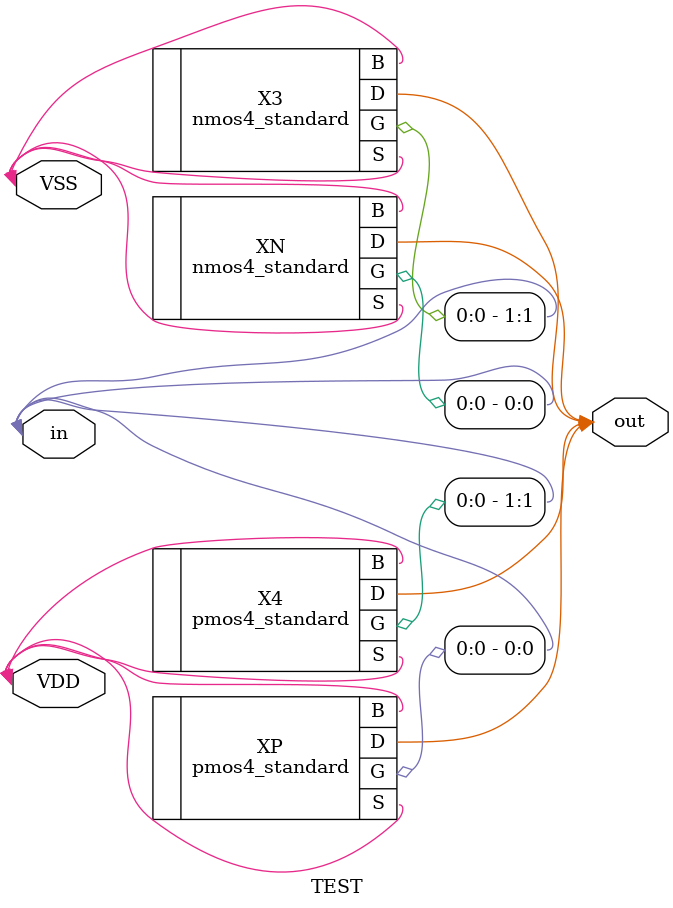
<source format=v>

module nmos4_standard(
    inout  wire B,
    inout  wire D,
    inout  wire G,
    inout  wire S
);

endmodule

module pmos4_standard(
    inout  wire B,
    inout  wire D,
    inout  wire G,
    inout  wire S
);

endmodule

module TEST(
    input  wire VDD,
    input  wire VSS,
    input  wire [1:0] in,
    output wire out
);

nmos4_standard X3 (
    .B( VSS ),
    .D( out ),
    .G( in[1] ),
    .S( VSS )
);

pmos4_standard X4 (
    .B( VDD ),
    .D( out ),
    .G( in[1] ),
    .S( VDD )
);

nmos4_standard XN (
    .B( VSS ),
    .D( out ),
    .G( in[0] ),
    .S( VSS )
);

pmos4_standard XP (
    .B( VDD ),
    .D( out ),
    .G( in[0] ),
    .S( VDD )
);

endmodule

</source>
